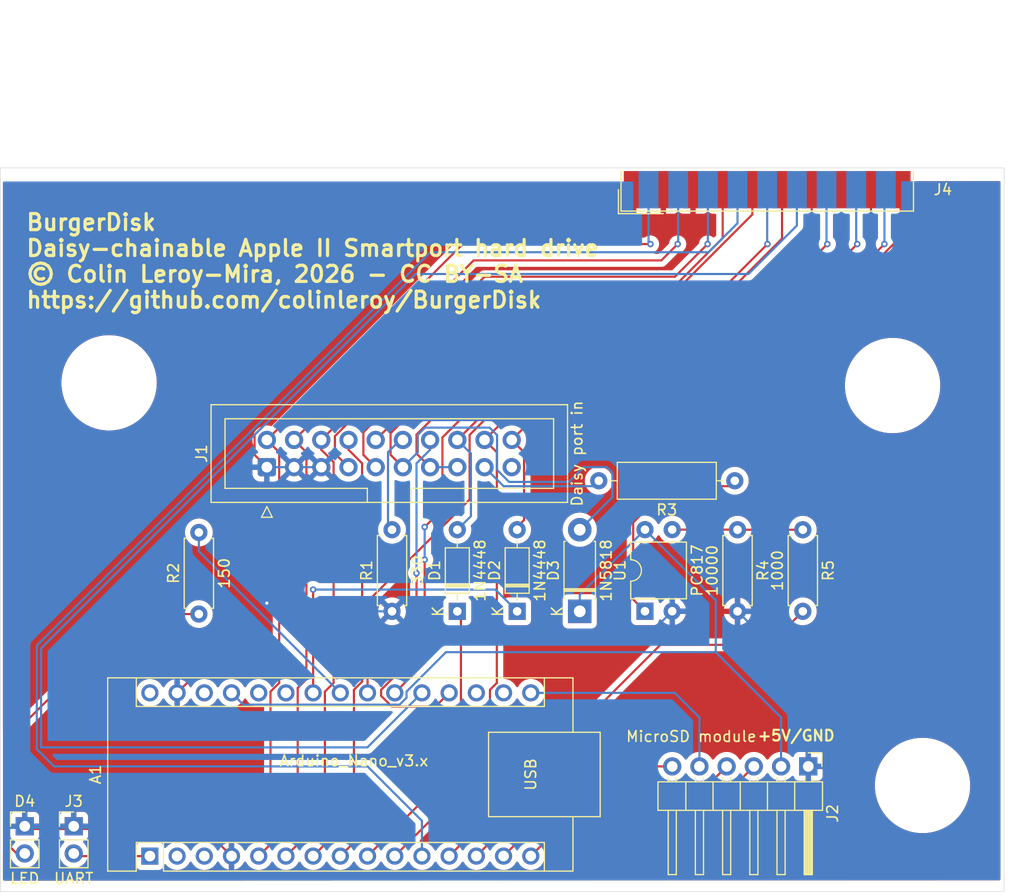
<source format=kicad_pcb>
(kicad_pcb (version 20221018) (generator pcbnew)
  (layers (0 "F.Cu" signal) (31 "B.Cu" signal) (34 "B.Paste" user) (35 "F.Paste" user) (36 "B.SilkS" user "B.Silkscreen") (37 "F.SilkS" user "F.Silkscreen") (38 "B.Mask" user) (39 "F.Mask" user) (44 "Edge.Cuts" user))
  (net 0 "")
  (net 1 "TX")
  (net 2 "GND")
  (net 3 "PH0")
  (net 4 "PH1")
  (net 5 "PH2")
  (net 6 "PH3_in")
  (net 7 "RDDATA_in")
  (net 8 "WRDATA")
  (net 9 "PH3_out")
  (net 10 "DRV2_burgerDisk")
  (net 11 "CS")
  (net 12 "MOSI")
  (net 13 "MISO")
  (net 14 "SCK")
  (net 15 "DRV1_in")
  (net 16 "HDSEL_out")
  (net 17 "DRV1_out")
  (net 18 "DRV2_out")
  (net 19 "WRPROT_in")
  (net 20 "5V_burgerDisk")
  (net 21 "RDDATA_out")
  (net 22 "WRPROT_out")
  (net 23 "5V_apple2")
  (net 24 "EN3.5")
  (net 25 "-12V")
  (net 26 "+12V")
  (net 27 "DRV2_in")
  (net 28 "WREQ")
  (net 38 "Net-(R4-Pad1)")
  (net 39 "Net-(R3-Pad1)")
  (net 40 "HDSEL_in")
  (net 41 "Net-(D4-A)")
  (net 42 "Net-(A1-A4)")
  (footprint "DSUB-19-soldertype:DSUB-19_Female_EdgeMount_Pitch2.77mm" (layer "F.Cu") (at 142.475 45.72 180)
    (fp_text reference "J4" (at -16.393333 0 180) (layer "F.SilkS"))
    (fp_text value "Daisy port out")
    (pad "1" smd rect (at 12.47 0 180) (size 1.846667 3.48) (layers "F.Cu" "F.Paste" "F.Mask") (net 2 "GND"))
    (pad "2" smd rect (at 9.7 0 180) (size 1.846667 3.48) (layers "F.Cu" "F.Paste" "F.Mask") (net 2 "GND"))
    (pad "3" smd rect (at 6.93 0 180) (size 1.846667 3.48) (layers "F.Cu" "F.Paste" "F.Mask") (net 2 "GND"))
    (pad "4" smd rect (at 4.16 0 180) (size 1.846667 3.48) (layers "F.Cu" "F.Paste" "F.Mask") (net 24 "EN3.5"))
    (pad "5" smd rect (at 1.39 0 180) (size 1.846667 3.48) (layers "F.Cu" "F.Paste" "F.Mask") (net 25 "-12V"))
    (pad "6" smd rect (at -1.38 0 180) (size 1.846667 3.48) (layers "F.Cu" "F.Paste" "F.Mask") (net 23 "5V_apple2"))
    (pad "7" smd rect (at -4.15 0 180) (size 1.846667 3.48) (layers "F.Cu" "F.Paste" "F.Mask") (net 26 "+12V"))
    (pad "8" smd rect (at -6.92 0 180) (size 1.846667 3.48) (layers "F.Cu" "F.Paste" "F.Mask") (net 26 "+12V"))
    (pad "9" smd rect (at -9.69 0 180) (size 1.846667 3.48) (layers "F.Cu" "F.Paste" "F.Mask") (net 18 "DRV2_out"))
    (pad "10" smd rect (at -12.46 0 180) (size 1.846667 3.48) (layers "F.Cu" "F.Paste" "F.Mask") (net 22 "WRPROT_out"))
    (pad "11" smd rect (at 11.085 0 180) (size 1.846667 3.48) (layers "B.Cu" "B.Paste" "B.Mask") (net 3 "PH0"))
    (pad "12" smd rect (at 8.315 0 180) (size 1.846667 3.48) (layers "B.Cu" "B.Paste" "B.Mask") (net 4 "PH1"))
    (pad "13" smd rect (at 5.545 0 180) (size 1.846667 3.48) (layers "B.Cu" "B.Paste" "B.Mask") (net 5 "PH2"))
    (pad "14" smd rect (at 2.775 0 180) (size 1.846667 3.48) (layers "B.Cu" "B.Paste" "B.Mask") (net 9 "PH3_out"))
    (pad "15" smd rect (at 0.005 0 180) (size 1.846667 3.48) (layers "B.Cu" "B.Paste" "B.Mask") (net 28 "WREQ"))
    (pad "16" smd rect (at -2.765 0 180) (size 1.846667 3.48) (layers "B.Cu" "B.Paste" "B.Mask") (net 16 "HDSEL_out"))
    (pad "17" smd rect (at -5.535 0 180) (size 1.846667 3.48) (layers "B.Cu" "B.Paste" "B.Mask") (net 17 "DRV1_out"))
    (pad "18" smd rect (at -8.305 0 180) (size 1.846667 3.48) (layers "B.Cu" "B.Paste" "B.Mask") (net 21 "RDDATA_out"))
    (pad "19" smd rect (at -11.075 0 180) (size 1.846667 3.48) (layers "B.Cu" "B.Paste" "B.Mask") (net 8 "WRDATA"))
  )
  (footprint "Diode_THT:D_DO-41_SOD81_P7.62mm_Horizontal" (layer "F.Cu") (at 124.968 85.09 90)
    (fp_text reference "D3" (at 3.81 -2.47 90) (layer "F.SilkS"))
    (fp_text value "1N5818" (at 3.81 2.47 90) (layer "F.SilkS"))
    (fp_text user "K" (at 0 -2.1 90) (layer "F.SilkS"))
    (pad "1" thru_hole rect (at 0 0 90) (size 2.2 2.2) (drill 1.1) (layers "*.Cu" "*.Mask") (net 20 "5V_burgerDisk"))
    (pad "2" thru_hole oval (at 7.62 0 90) (size 2.2 2.2) (drill 1.1) (layers "*.Cu" "*.Mask") (net 23 "5V_apple2"))
  )
  (footprint "Package_DIP:DIP-4_W7.62mm" (layer "F.Cu") (at 131.059 85.08 90)
    (fp_text reference "U1" (at 3.81 -2.33 90) (layer "F.SilkS"))
    (fp_text value "PC817" (at 3.81 4.87 90) (layer "F.SilkS"))
    (pad "1" thru_hole rect (at 0 0 90) (size 1.6 1.6) (drill 0.8) (layers "*.Cu" "*.Mask") (net 39 "Net-(R3-Pad1)"))
    (pad "2" thru_hole oval (at 0 2.54 90) (size 1.6 1.6) (drill 0.8) (layers "*.Cu" "*.Mask") (net 2 "GND"))
    (pad "3" thru_hole oval (at 7.62 2.54 90) (size 1.6 1.6) (drill 0.8) (layers "*.Cu" "*.Mask") (net 38 "Net-(R4-Pad1)"))
    (pad "4" thru_hole oval (at 7.62 0 90) (size 1.6 1.6) (drill 0.8) (layers "*.Cu" "*.Mask") (net 20 "5V_burgerDisk"))
  )
  (footprint "Resistor_THT:R_Axial_DIN0207_L6.3mm_D2.5mm_P7.62mm_Horizontal" (layer "F.Cu") (at 107.442 85.09 90)
    (fp_text reference "R1" (at 3.81 -2.37 90) (layer "F.SilkS"))
    (fp_text value "330" (at 3.81 2.37 90) (layer "F.SilkS"))
    (pad "1" thru_hole circle (at 0 0 90) (size 1.6 1.6) (drill 0.8) (layers "*.Cu" "*.Mask") (net 2 "GND"))
    (pad "2" thru_hole oval (at 7.62 0 90) (size 1.6 1.6) (drill 0.8) (layers "*.Cu" "*.Mask") (net 40 "HDSEL_in"))
  )
  (footprint "Connector_PinHeader_2.54mm:PinHeader_1x02_P2.54mm_Vertical" (layer "F.Cu") (at 73.152 105.156)
    (fp_text reference "D4" (at 0 -2.33) (layer "F.SilkS"))
    (fp_text value "LED" (at 0 4.87) (layer "F.SilkS"))
    (pad "1" thru_hole rect (at 0 0) (size 1.7 1.7) (drill 1) (layers "*.Cu" "*.Mask") (net 2 "GND"))
    (pad "2" thru_hole oval (at 0 2.54) (size 1.7 1.7) (drill 1) (layers "*.Cu" "*.Mask") (net 41 "Net-(D4-A)"))
  )
  (footprint "MountingHole:MountingHole_8.4mm_M8" (layer "F.Cu") (at 154.178 64.008)
    (fp_text reference "REF**")
    (fp_text value "MountingHole_8.4mm_M8")
    (pad "" np_thru_hole circle (at 0 0) (size 8.4 8.4) (drill 8.4) (layers "*.Cu" "*.Mask"))
  )
  (footprint "Connector_PinHeader_2.54mm:PinHeader_1x02_P2.54mm_Vertical" (layer "F.Cu") (at 77.724 105.156)
    (fp_text reference "J3" (at 0 -2.33) (layer "F.SilkS"))
    (fp_text value "UART" (at 0 4.87) (layer "F.SilkS"))
    (pad "1" thru_hole rect (at 0 0) (size 1.7 1.7) (drill 1) (layers "*.Cu" "*.Mask") (net 2 "GND"))
    (pad "2" thru_hole oval (at 0 2.54) (size 1.7 1.7) (drill 1) (layers "*.Cu" "*.Mask") (net 1 "TX"))
  )
  (footprint "MountingHole:MountingHole_8.4mm_M8" (layer "F.Cu") (at 156.972 101.346)
    (fp_text reference "REF**")
    (fp_text value "MountingHole_8.4mm_M8")
    (pad "" np_thru_hole circle (at 0 0) (size 8.4 8.4) (drill 8.4) (layers "*.Cu" "*.Mask"))
  )
  (footprint "MountingHole:MountingHole_8.4mm_M8" (layer "F.Cu") (at 81.026 63.754)
    (fp_text reference "REF**")
    (fp_text value "MountingHole_8.4mm_M8")
    (pad "" np_thru_hole circle (at 0 0) (size 8.4 8.4) (drill 8.4) (layers "*.Cu" "*.Mask"))
  )
  (footprint "Resistor_THT:R_Axial_DIN0309_L9.0mm_D3.2mm_P12.70mm_Horizontal" (layer "F.Cu") (at 139.446 72.898 180)
    (fp_text reference "R3" (at 6.35 -2.72) (layer "F.SilkS"))
    (fp_text value "470")
    (pad "1" thru_hole circle (at 0 0 180) (size 1.6 1.6) (drill 0.8) (layers "*.Cu" "*.Mask") (net 39 "Net-(R3-Pad1)"))
    (pad "2" thru_hole oval (at 12.7 0 180) (size 1.6 1.6) (drill 0.8) (layers "*.Cu" "*.Mask") (net 27 "DRV2_in"))
  )
  (footprint "Resistor_THT:R_Axial_DIN0207_L6.3mm_D2.5mm_P7.62mm_Horizontal" (layer "F.Cu") (at 139.7 77.47 -90)
    (fp_text reference "R4" (at 3.81 -2.37 90) (layer "F.SilkS"))
    (fp_text value "10000" (at 3.81 2.37 90) (layer "F.SilkS"))
    (pad "1" thru_hole circle (at 0 0 270) (size 1.6 1.6) (drill 0.8) (layers "*.Cu" "*.Mask") (net 38 "Net-(R4-Pad1)"))
    (pad "2" thru_hole oval (at 7.62 0 270) (size 1.6 1.6) (drill 0.8) (layers "*.Cu" "*.Mask") (net 2 "GND"))
  )
  (footprint "Module:Arduino_Nano" (layer "F.Cu") (at 84.836 107.94 90)
    (fp_text reference "A1" (at 7.62 -5.08 90) (layer "F.SilkS"))
    (fp_text value "Arduino_Nano_v3.x" (at 8.89 19.05) (layer "F.SilkS"))
    (fp_text user "USB" (at 7.62 35.56 90 unlocked) (layer "F.SilkS"))
    (pad "1" thru_hole rect (at 0 0 90) (size 1.6 1.6) (drill 1) (layers "*.Cu" "*.Mask") (net 1 "TX"))
    (pad "2" thru_hole oval (at 0 2.54 90) (size 1.6 1.6) (drill 1) (layers "*.Cu" "*.Mask"))
    (pad "3" thru_hole oval (at 0 5.08 90) (size 1.6 1.6) (drill 1) (layers "*.Cu" "*.Mask"))
    (pad "4" thru_hole oval (at 0 7.62 90) (size 1.6 1.6) (drill 1) (layers "*.Cu" "*.Mask") (net 2 "GND"))
    (pad "5" thru_hole oval (at 0 10.16 90) (size 1.6 1.6) (drill 1) (layers "*.Cu" "*.Mask") (net 3 "PH0"))
    (pad "6" thru_hole oval (at 0 12.7 90) (size 1.6 1.6) (drill 1) (layers "*.Cu" "*.Mask") (net 4 "PH1"))
    (pad "7" thru_hole oval (at 0 15.24 90) (size 1.6 1.6) (drill 1) (layers "*.Cu" "*.Mask") (net 5 "PH2"))
    (pad "8" thru_hole oval (at 0 17.78 90) (size 1.6 1.6) (drill 1) (layers "*.Cu" "*.Mask") (net 6 "PH3_in"))
    (pad "9" thru_hole oval (at 0 20.32 90) (size 1.6 1.6) (drill 1) (layers "*.Cu" "*.Mask") (net 7 "RDDATA_in"))
    (pad "10" thru_hole oval (at 0 22.86 90) (size 1.6 1.6) (drill 1) (layers "*.Cu" "*.Mask") (net 8 "WRDATA"))
    (pad "11" thru_hole oval (at 0 25.4 90) (size 1.6 1.6) (drill 1) (layers "*.Cu" "*.Mask") (net 9 "PH3_out"))
    (pad "12" thru_hole oval (at 0 27.94 90) (size 1.6 1.6) (drill 1) (layers "*.Cu" "*.Mask") (net 10 "DRV2_burgerDisk"))
    (pad "13" thru_hole oval (at 0 30.48 90) (size 1.6 1.6) (drill 1) (layers "*.Cu" "*.Mask") (net 11 "CS"))
    (pad "14" thru_hole oval (at 0 33.02 90) (size 1.6 1.6) (drill 1) (layers "*.Cu" "*.Mask") (net 12 "MOSI"))
    (pad "15" thru_hole oval (at 0 35.56 90) (size 1.6 1.6) (drill 1) (layers "*.Cu" "*.Mask") (net 13 "MISO"))
    (pad "16" thru_hole oval (at 15.24 35.56 90) (size 1.6 1.6) (drill 1) (layers "*.Cu" "*.Mask") (net 14 "SCK"))
    (pad "17" thru_hole oval (at 15.24 33.02 90) (size 1.6 1.6) (drill 1) (layers "*.Cu" "*.Mask"))
    (pad "18" thru_hole oval (at 15.24 30.48 90) (size 1.6 1.6) (drill 1) (layers "*.Cu" "*.Mask"))
    (pad "19" thru_hole oval (at 15.24 27.94 90) (size 1.6 1.6) (drill 1) (layers "*.Cu" "*.Mask") (net 15 "DRV1_in"))
    (pad "20" thru_hole oval (at 15.24 25.4 90) (size 1.6 1.6) (drill 1) (layers "*.Cu" "*.Mask") (net 16 "HDSEL_out"))
    (pad "21" thru_hole oval (at 15.24 22.86 90) (size 1.6 1.6) (drill 1) (layers "*.Cu" "*.Mask") (net 17 "DRV1_out"))
    (pad "22" thru_hole oval (at 15.24 20.32 90) (size 1.6 1.6) (drill 1) (layers "*.Cu" "*.Mask") (net 18 "DRV2_out"))
    (pad "23" thru_hole oval (at 15.24 17.78 90) (size 1.6 1.6) (drill 1) (layers "*.Cu" "*.Mask") (net 42 "Net-(A1-A4)"))
    (pad "24" thru_hole oval (at 15.24 15.24 90) (size 1.6 1.6) (drill 1) (layers "*.Cu" "*.Mask") (net 19 "WRPROT_in"))
    (pad "25" thru_hole oval (at 15.24 12.7 90) (size 1.6 1.6) (drill 1) (layers "*.Cu" "*.Mask"))
    (pad "26" thru_hole oval (at 15.24 10.16 90) (size 1.6 1.6) (drill 1) (layers "*.Cu" "*.Mask"))
    (pad "27" thru_hole oval (at 15.24 7.62 90) (size 1.6 1.6) (drill 1) (layers "*.Cu" "*.Mask") (net 20 "5V_burgerDisk"))
    (pad "28" thru_hole oval (at 15.24 5.08 90) (size 1.6 1.6) (drill 1) (layers "*.Cu" "*.Mask"))
    (pad "29" thru_hole oval (at 15.24 2.54 90) (size 1.6 1.6) (drill 1) (layers "*.Cu" "*.Mask") (net 2 "GND"))
    (pad "30" thru_hole oval (at 15.24 0 90) (size 1.6 1.6) (drill 1) (layers "*.Cu" "*.Mask"))
  )
  (footprint "Connector_IDC:IDC-Header_2x10_P2.54mm_Vertical" (layer "F.Cu") (at 95.758 71.628 90)
    (fp_text reference "J1" (at 1.27 -6.1 90) (layer "F.SilkS"))
    (fp_text value "Daisy port in" (at 1.27 28.96 90) (layer "F.SilkS"))
    (pad "1" thru_hole roundrect (at 0 0 90) (size 1.7 1.7) (drill 1) (layers "*.Cu" "*.Mask") (roundrect_rratio 0.1470588235) (net 2 "GND"))
    (pad "2" thru_hole circle (at 2.54 0 90) (size 1.7 1.7) (drill 1) (layers "*.Cu" "*.Mask") (net 3 "PH0"))
    (pad "3" thru_hole circle (at 0 2.54 90) (size 1.7 1.7) (drill 1) (layers "*.Cu" "*.Mask") (net 2 "GND"))
    (pad "4" thru_hole circle (at 2.54 2.54 90) (size 1.7 1.7) (drill 1) (layers "*.Cu" "*.Mask") (net 4 "PH1"))
    (pad "5" thru_hole circle (at 0 5.08 90) (size 1.7 1.7) (drill 1) (layers "*.Cu" "*.Mask") (net 2 "GND"))
    (pad "6" thru_hole circle (at 2.54 5.08 90) (size 1.7 1.7) (drill 1) (layers "*.Cu" "*.Mask") (net 5 "PH2"))
    (pad "7" thru_hole circle (at 0 7.62 90) (size 1.7 1.7) (drill 1) (layers "*.Cu" "*.Mask") (net 24 "EN3.5"))
    (pad "8" thru_hole circle (at 2.54 7.62 90) (size 1.7 1.7) (drill 1) (layers "*.Cu" "*.Mask") (net 6 "PH3_in"))
    (pad "9" thru_hole circle (at 0 10.16 90) (size 1.7 1.7) (drill 1) (layers "*.Cu" "*.Mask") (net 25 "-12V"))
    (pad "10" thru_hole circle (at 2.54 10.16 90) (size 1.7 1.7) (drill 1) (layers "*.Cu" "*.Mask") (net 28 "WREQ"))
    (pad "11" thru_hole circle (at 0 12.7 90) (size 1.7 1.7) (drill 1) (layers "*.Cu" "*.Mask") (net 23 "5V_apple2"))
    (pad "12" thru_hole circle (at 2.54 12.7 90) (size 1.7 1.7) (drill 1) (layers "*.Cu" "*.Mask") (net 40 "HDSEL_in"))
    (pad "13" thru_hole circle (at 0 15.24 90) (size 1.7 1.7) (drill 1) (layers "*.Cu" "*.Mask") (net 26 "+12V"))
    (pad "14" thru_hole circle (at 2.54 15.24 90) (size 1.7 1.7) (drill 1) (layers "*.Cu" "*.Mask") (net 15 "DRV1_in"))
    (pad "15" thru_hole circle (at 0 17.78 90) (size 1.7 1.7) (drill 1) (layers "*.Cu" "*.Mask") (net 26 "+12V"))
    (pad "16" thru_hole circle (at 2.54 17.78 90) (size 1.7 1.7) (drill 1) (layers "*.Cu" "*.Mask") (net 21 "RDDATA_out"))
    (pad "17" thru_hole circle (at 0 20.32 90) (size 1.7 1.7) (drill 1) (layers "*.Cu" "*.Mask") (net 27 "DRV2_in"))
    (pad "18" thru_hole circle (at 2.54 20.32 90) (size 1.7 1.7) (drill 1) (layers "*.Cu" "*.Mask") (net 8 "WRDATA"))
    (pad "19" thru_hole circle (at 0 22.86 90) (size 1.7 1.7) (drill 1) (layers "*.Cu" "*.Mask"))
    (pad "20" thru_hole circle (at 2.54 22.86 90) (size 1.7 1.7) (drill 1) (layers "*.Cu" "*.Mask") (net 22 "WRPROT_out"))
  )
  (footprint "Connector_PinHeader_2.54mm:PinHeader_1x06_P2.54mm_Horizontal" (layer "F.Cu") (at 146.304 99.568 -90)
    (fp_text reference "J2" (at 4.385 -2.27 -90) (layer "F.SilkS"))
    (fp_text value "MicroSD module" (at -2.794 10.922) (layer "F.SilkS"))
    (pad "1" thru_hole rect (at 0 0 270) (size 1.7 1.7) (drill 1) (layers "*.Cu" "*.Mask") (net 2 "GND"))
    (pad "2" thru_hole oval (at 0 2.54 270) (size 1.7 1.7) (drill 1) (layers "*.Cu" "*.Mask") (net 20 "5V_burgerDisk"))
    (pad "3" thru_hole oval (at 0 5.08 270) (size 1.7 1.7) (drill 1) (layers "*.Cu" "*.Mask") (net 13 "MISO"))
    (pad "4" thru_hole oval (at 0 7.62 270) (size 1.7 1.7) (drill 1) (layers "*.Cu" "*.Mask") (net 12 "MOSI"))
    (pad "5" thru_hole oval (at 0 10.16 270) (size 1.7 1.7) (drill 1) (layers "*.Cu" "*.Mask") (net 14 "SCK"))
    (pad "6" thru_hole oval (at 0 12.7 270) (size 1.7 1.7) (drill 1) (layers "*.Cu" "*.Mask") (net 11 "CS"))
  )
  (footprint "Diode_THT:D_DO-35_SOD27_P7.62mm_Horizontal" (layer "F.Cu") (at 119.126 85.09 90)
    (fp_text reference "D2" (at 3.81 -2.12 90) (layer "F.SilkS"))
    (fp_text value "1N4448" (at 3.81 2.12 90) (layer "F.SilkS"))
    (fp_text user "K" (at 0 -1.8 90) (layer "F.SilkS"))
    (pad "1" thru_hole rect (at 0 0 90) (size 1.6 1.6) (drill 0.8) (layers "*.Cu" "*.Mask") (net 19 "WRPROT_in"))
    (pad "2" thru_hole oval (at 7.62 0 90) (size 1.6 1.6) (drill 0.8) (layers "*.Cu" "*.Mask") (net 22 "WRPROT_out"))
  )
  (footprint "Resistor_THT:R_Axial_DIN0207_L6.3mm_D2.5mm_P7.62mm_Horizontal" (layer "F.Cu") (at 89.408 85.344 90)
    (fp_text reference "R2" (at 3.81 -2.37 90) (layer "F.SilkS"))
    (fp_text value "150" (at 3.81 2.37 90) (layer "F.SilkS"))
    (pad "1" thru_hole circle (at 0 0 90) (size 1.6 1.6) (drill 0.8) (layers "*.Cu" "*.Mask") (net 41 "Net-(D4-A)"))
    (pad "2" thru_hole oval (at 7.62 0 90) (size 1.6 1.6) (drill 0.8) (layers "*.Cu" "*.Mask") (net 42 "Net-(A1-A4)"))
  )
  (footprint "Resistor_THT:R_Axial_DIN0207_L6.3mm_D2.5mm_P7.62mm_Horizontal" (layer "F.Cu") (at 145.796 77.47 -90)
    (fp_text reference "R5" (at 3.81 -2.37 90) (layer "F.SilkS"))
    (fp_text value "1000" (at 3.81 2.37 90) (layer "F.SilkS"))
    (pad "1" thru_hole circle (at 0 0 270) (size 1.6 1.6) (drill 0.8) (layers "*.Cu" "*.Mask") (net 38 "Net-(R4-Pad1)"))
    (pad "2" thru_hole oval (at 7.62 0 270) (size 1.6 1.6) (drill 0.8) (layers "*.Cu" "*.Mask") (net 10 "DRV2_burgerDisk"))
  )
  (footprint "Diode_THT:D_DO-35_SOD27_P7.62mm_Horizontal" (layer "F.Cu") (at 113.538 85.09 90)
    (fp_text reference "D1" (at 3.81 -2.12 90) (layer "F.SilkS"))
    (fp_text value "1N4448" (at 3.81 2.12 90) (layer "F.SilkS"))
    (fp_text user "K" (at 0 -1.8 90) (layer "F.SilkS"))
    (pad "1" thru_hole rect (at 0 0 90) (size 1.6 1.6) (drill 0.8) (layers "*.Cu" "*.Mask") (net 7 "RDDATA_in"))
    (pad "2" thru_hole oval (at 7.62 0 90) (size 1.6 1.6) (drill 0.8) (layers "*.Cu" "*.Mask") (net 21 "RDDATA_out"))
  )
  (gr_rect (start 70.866 43.688) (end 164.592 111.252) (stroke (width 0.05)) (fill none) (layer "Edge.Cuts"))
  (gr_text "+5V/GND" (at 141.478 97.282) (layer "F.SilkS") (effects (font (size 1 1) (thickness 0.2) bold) (justify left bottom)))
  (gr_text "BurgerDisk\nDaisy-chainable Apple II Smartport hard drive\n© Colin Leroy-Mira, 2026 - CC BY-SA\nhttps://github.com/colinleroy/BurgerDisk" (at 73.152 56.896) (layer "F.SilkS") (effects (font (size 1.5 1.5) (thickness 0.3) bold) (justify left bottom)))
  (segment (start 77.724 107.696) (end 77.973 107.945) (width 0.2) (layer "F.Cu") (net 1))
  (segment (start 77.973 107.945) (end 84.831 107.945) (width 0.2) (layer "F.Cu") (net 1))
  (segment (start 84.831 107.945) (end 84.836 107.94) (width 0.2) (layer "F.Cu") (net 1))
  (segment (start 139.69 85.08) (end 139.7 85.09) (width 0.2) (layer "F.Cu") (net 2))
  (segment (start 130.005 45.72) (end 117.499654 45.72) (width 0.2) (layer "F.Cu") (net 2))
  (segment (start 94.608 70.478) (end 95.758 71.628) (width 0.2) (layer "F.Cu") (net 2))
  (segment (start 73.152 105.156) (end 73.406 105.41) (width 0.2) (layer "F.Cu") (net 2))
  (segment (start 95.758 84.318) (end 95.753 84.323) (width 0.2) (layer "F.Cu") (net 2))
  (segment (start 87.376 92.7) (end 87.376 102.616) (width 0.2) (layer "F.Cu") (net 2))
  (segment (start 73.406 105.41) (end 77.47 105.41) (width 0.2) (layer "F.Cu") (net 2))
  (segment (start 132.775 45.72) (end 135.545 45.72) (width 0.2) (layer "F.Cu") (net 2))
  (segment (start 95.758 71.628) (end 95.758 84.318) (width 0.2) (layer "F.Cu") (net 2))
  (segment (start 77.724 105.156) (end 77.973 105.405) (width 0.2) (layer "F.Cu") (net 2))
  (segment (start 77.973 105.405) (end 84.587 105.405) (width 0.2) (layer "F.Cu") (net 2))
  (segment (start 87.376 102.86) (end 92.456 107.94) (width 0.2) (layer "F.Cu") (net 2))
  (segment (start 94.608 68.611654) (end 94.608 70.478) (width 0.2) (layer "F.Cu") (net 2))
  (segment (start 95.753 84.323) (end 87.376 92.7) (width 0.2) (layer "F.Cu") (net 2))
  (segment (start 130.005 45.72) (end 132.775 45.72) (width 0.2) (layer "F.Cu") (net 2))
  (segment (start 84.587 105.405) (end 87.376 102.616) (width 0.2) (layer "F.Cu") (net 2))
  (segment (start 133.599 85.08) (end 139.69 85.08) (width 0.2) (layer "F.Cu") (net 2))
  (segment (start 87.376 102.616) (end 87.376 102.86) (width 0.2) (layer "F.Cu") (net 2))
  (segment (start 117.499654 45.72) (end 94.608 68.611654) (width 0.2) (layer "F.Cu") (net 2))
  (segment (start 77.47 105.41) (end 77.724 105.156) (width 0.2) (layer "F.Cu") (net 2))
  (via (at 95.753 84.323) (size 0.6) (drill 0.3) (layers "F.Cu" "B.Cu") (net 2))
  (segment (start 107.442 85.09) (end 109.474 87.122) (width 0.2) (layer "B.Cu") (net 2))
  (segment (start 98.298 71.628) (end 95.758 71.628) (width 0.2) (layer "B.Cu") (net 2))
  (segment (start 146.304 91.694) (end 139.7 85.09) (width 0.2) (layer "B.Cu") (net 2))
  (segment (start 107.442 85.09) (end 96.52 85.09) (width 0.2) (layer "B.Cu") (net 2))
  (segment (start 96.52 85.09) (end 95.753 84.323) (width 0.2) (layer "B.Cu") (net 2))
  (segment (start 146.304 99.568) (end 146.304 91.694) (width 0.2) (layer "B.Cu") (net 2))
  (segment (start 98.298 71.628) (end 100.838 71.628) (width 0.2) (layer "B.Cu") (net 2))
  (segment (start 131.557 87.122) (end 133.599 85.08) (width 0.2) (layer "B.Cu") (net 2))
  (segment (start 109.474 87.122) (end 131.557 87.122) (width 0.2) (layer "B.Cu") (net 2))
  (segment (start 96.908 91.772365) (end 96.096 92.584365) (width 0.2) (layer "F.Cu") (net 3))
  (segment (start 96.096 92.584365) (end 96.096 106.84) (width 0.2) (layer "F.Cu") (net 3))
  (segment (start 131.572 50.8) (end 114.046 50.8) (width 0.2) (layer "F.Cu") (net 3))
  (segment (start 95.758 69.088) (end 96.908 70.238) (width 0.2) (layer "F.Cu") (net 3))
  (segment (start 96.096 106.84) (end 94.996 107.94) (width 0.2) (layer "F.Cu") (net 3))
  (segment (start 114.046 50.8) (end 95.758 69.088) (width 0.2) (layer "F.Cu") (net 3))
  (segment (start 96.908 70.238) (end 96.908 91.772365) (width 0.2) (layer "F.Cu") (net 3))
  (via (at 131.572 50.8) (size 0.6) (drill 0.3) (layers "F.Cu" "B.Cu") (net 3))
  (segment (start 131.39 50.618) (end 131.572 50.8) (width 0.2) (layer "B.Cu") (net 3))
  (segment (start 131.39 45.72) (end 131.39 50.618) (width 0.2) (layer "B.Cu") (net 3))
  (segment (start 115.062 52.324) (end 98.298 69.088) (width 0.2) (layer "F.Cu") (net 4))
  (segment (start 132.588 52.324) (end 115.062 52.324) (width 0.2) (layer "F.Cu") (net 4))
  (segment (start 98.298 69.088) (end 99.448 70.238) (width 0.2) (layer "F.Cu") (net 4))
  (segment (start 99.448 70.238) (end 99.448 91.432365) (width 0.2) (layer "F.Cu") (net 4))
  (segment (start 98.636 92.244365) (end 98.636 106.84) (width 0.2) (layer "F.Cu") (net 4))
  (segment (start 99.448 91.432365) (end 98.636 92.244365) (width 0.2) (layer "F.Cu") (net 4))
  (segment (start 98.636 106.84) (end 97.536 107.94) (width 0.2) (layer "F.Cu") (net 4))
  (segment (start 134.112 50.8) (end 132.588 52.324) (width 0.2) (layer "F.Cu") (net 4))
  (via (at 134.112 50.8) (size 0.6) (drill 0.3) (layers "F.Cu" "B.Cu") (net 4))
  (segment (start 134.16 45.72) (end 134.16 50.752) (width 0.2) (layer "B.Cu") (net 4))
  (segment (start 134.16 50.752) (end 134.112 50.8) (width 0.2) (layer "B.Cu") (net 4))
  (segment (start 101.988 71.151654) (end 101.988 91.772365) (width 0.2) (layer "F.Cu") (net 5))
  (segment (start 133.858 53.848) (end 116.078 53.848) (width 0.2) (layer "F.Cu") (net 5))
  (segment (start 116.078 53.848) (end 100.838 69.088) (width 0.2) (layer "F.Cu") (net 5))
  (segment (start 101.176 106.84) (end 100.076 107.94) (width 0.2) (layer "F.Cu") (net 5))
  (segment (start 136.906 50.8) (end 133.858 53.848) (width 0.2) (layer "F.Cu") (net 5))
  (segment (start 101.988 91.772365) (end 101.176 92.584365) (width 0.2) (layer "F.Cu") (net 5))
  (segment (start 101.176 92.584365) (end 101.176 106.84) (width 0.2) (layer "F.Cu") (net 5))
  (segment (start 100.838 70.001654) (end 101.988 71.151654) (width 0.2) (layer "F.Cu") (net 5))
  (segment (start 100.838 69.088) (end 100.838 70.001654) (width 0.2) (layer "F.Cu") (net 5))
  (via (at 136.906 50.8) (size 0.6) (drill 0.3) (layers "F.Cu" "B.Cu") (net 5))
  (segment (start 136.93 50.776) (end 136.906 50.8) (width 0.2) (layer "B.Cu") (net 5))
  (segment (start 136.93 45.72) (end 136.93 50.776) (width 0.2) (layer "B.Cu") (net 5))
  (segment (start 103.378 70.001654) (end 104.648 71.271654) (width 0.2) (layer "F.Cu") (net 6))
  (segment (start 104.648 71.271654) (end 104.648 91.652365) (width 0.2) (layer "F.Cu") (net 6))
  (segment (start 104.648 91.652365) (end 103.886 92.414365) (width 0.2) (layer "F.Cu") (net 6))
  (segment (start 103.886 92.414365) (end 103.886 106.67) (width 0.2) (layer "F.Cu") (net 6))
  (segment (start 103.886 106.67) (end 102.616 107.94) (width 0.2) (layer "F.Cu") (net 6))
  (segment (start 103.378 69.088) (end 103.378 70.001654) (width 0.2) (layer "F.Cu") (net 6))
  (segment (start 113.538 85.09) (end 113.876 85.428) (width 0.2) (layer "F.Cu") (net 7))
  (segment (start 113.876 85.428) (end 113.876 99.22) (width 0.2) (layer "F.Cu") (net 7))
  (segment (start 113.876 99.22) (end 105.156 107.94) (width 0.2) (layer "F.Cu") (net 7))
  (segment (start 117.228 91.772365) (end 116.586 92.414365) (width 0.2) (layer "F.Cu") (net 8))
  (segment (start 124.206 60.96) (end 116.078 69.088) (width 0.2) (layer "F.Cu") (net 8))
  (segment (start 153.416 50.8) (end 143.256 60.96) (width 0.2) (layer "F.Cu") (net 8))
  (segment (start 143.256 60.96) (end 124.206 60.96) (width 0.2) (layer "F.Cu") (net 8))
  (segment (start 117.228 70.238) (end 117.228 91.772365) (width 0.2) (layer "F.Cu") (net 8))
  (segment (start 116.586 99.05) (end 107.696 107.94) (width 0.2) (layer "F.Cu") (net 8))
  (segment (start 116.078 69.088) (end 117.228 70.238) (width 0.2) (layer "F.Cu") (net 8))
  (segment (start 116.586 92.414365) (end 116.586 99.05) (width 0.2) (layer "F.Cu") (net 8))
  (via (at 153.416 50.8) (size 0.6) (drill 0.3) (layers "F.Cu" "B.Cu") (net 8))
  (segment (start 153.416 45.974) (end 153.416 50.8) (width 0.2) (layer "B.Cu") (net 8))
  (segment (start 153.55 45.72) (end 153.55 45.84) (width 0.2) (layer "B.Cu") (net 8))
  (segment (start 153.55 45.84) (end 153.416 45.974) (width 0.2) (layer "B.Cu") (net 8))
  (segment (start 110.998 51.562) (end 136.992529 51.562) (width 0.2) (layer "B.Cu") (net 9))
  (segment (start 75.888315 99.568) (end 74.276 97.955685) (width 0.2) (layer "B.Cu") (net 9))
  (segment (start 105.156 99.568) (end 75.888315 99.568) (width 0.2) (layer "B.Cu") (net 9))
  (segment (start 136.992529 51.562) (end 139.7 48.854529) (width 0.2) (layer "B.Cu") (net 9))
  (segment (start 74.276 88.284) (end 110.998 51.562) (width 0.2) (layer "B.Cu") (net 9))
  (segment (start 110.236 104.648) (end 105.156 99.568) (width 0.2) (layer "B.Cu") (net 9))
  (segment (start 110.236 107.94) (end 110.236 104.648) (width 0.2) (layer "B.Cu") (net 9))
  (segment (start 139.7 48.854529) (end 139.7 45.72) (width 0.2) (layer "B.Cu") (net 9))
  (segment (start 74.276 97.955685) (end 74.276 88.284) (width 0.2) (layer "B.Cu") (net 9))
  (segment (start 112.776 107.94) (end 132.499 88.217) (width 0.2) (layer "F.Cu") (net 10))
  (segment (start 132.499 88.217) (end 142.669 88.217) (width 0.2) (layer "F.Cu") (net 10))
  (segment (start 142.669 88.217) (end 145.796 85.09) (width 0.2) (layer "F.Cu") (net 10))
  (segment (start 123.688 99.568) (end 133.604 99.568) (width 0.2) (layer "F.Cu") (net 11))
  (segment (start 115.316 107.94) (end 123.688 99.568) (width 0.2) (layer "F.Cu") (net 11))
  (segment (start 118.966 106.84) (end 122.428 103.378) (width 0.2) (layer "F.Cu") (net 12))
  (segment (start 134.874 103.378) (end 138.684 99.568) (width 0.2) (layer "F.Cu") (net 12))
  (segment (start 117.856 107.94) (end 118.956 106.84) (width 0.2) (layer "F.Cu") (net 12))
  (segment (start 122.428 103.378) (end 134.874 103.378) (width 0.2) (layer "F.Cu") (net 12))
  (segment (start 118.956 106.84) (end 118.966 106.84) (width 0.2) (layer "F.Cu") (net 12))
  (segment (start 136.144 104.648) (end 141.224 99.568) (width 0.2) (layer "F.Cu") (net 13))
  (segment (start 123.688 104.648) (end 136.144 104.648) (width 0.2) (layer "F.Cu") (net 13))
  (segment (start 120.396 107.94) (end 123.688 104.648) (width 0.2) (layer "F.Cu") (net 13))
  (segment (start 133.848 92.7) (end 136.144 94.996) (width 0.2) (layer "B.Cu") (net 14))
  (segment (start 120.396 92.7) (end 133.848 92.7) (width 0.2) (layer "B.Cu") (net 14))
  (segment (start 136.144 94.996) (end 136.144 99.568) (width 0.2) (layer "B.Cu") (net 14))
  (segment (start 106.426 92.985635) (end 107.420365 93.98) (width 0.2) (layer "F.Cu") (net 15))
  (segment (start 111.496 93.98) (end 112.776 92.7) (width 0.2) (layer "F.Cu") (net 15))
  (segment (start 106.426 92.414365) (end 106.426 92.985635) (width 0.2) (layer "F.Cu") (net 15))
  (segment (start 109.728 89.112365) (end 106.426 92.414365) (width 0.2) (layer "F.Cu") (net 15))
  (segment (start 109.728 81.534) (end 109.728 89.112365) (width 0.2) (layer "F.Cu") (net 15))
  (segment (start 107.420365 93.98) (end 111.496 93.98) (width 0.2) (layer "F.Cu") (net 15))
  (via (at 109.728 81.534) (size 0.6) (drill 0.3) (layers "F.Cu" "B.Cu") (net 15))
  (segment (start 110.998 69.088) (end 110.998 70.001654) (width 0.2) (layer "B.Cu") (net 15))
  (segment (start 110.998 70.001654) (end 109.728 71.271654) (width 0.2) (layer "B.Cu") (net 15))
  (segment (start 109.728 71.271654) (end 109.728 81.534) (width 0.2) (layer "B.Cu") (net 15))
  (segment (start 109.625654 53.594) (end 140.716 53.594) (width 0.2) (layer "B.Cu") (net 16))
  (segment (start 105.146 97.79) (end 74.676 97.79) (width 0.2) (layer "B.Cu") (net 16))
  (segment (start 145.24 49.07) (end 145.24 45.72) (width 0.2) (layer "B.Cu") (net 16))
  (segment (start 74.676 88.543654) (end 109.625654 53.594) (width 0.2) (layer "B.Cu") (net 16))
  (segment (start 140.716 53.594) (end 145.24 49.07) (width 0.2) (layer "B.Cu") (net 16))
  (segment (start 110.236 92.7) (end 105.146 97.79) (width 0.2) (layer "B.Cu") (net 16))
  (segment (start 74.676 97.79) (end 74.676 88.543654) (width 0.2) (layer "B.Cu") (net 16))
  (segment (start 110.49 80.264) (end 110.49 89.906) (width 0.2) (layer "F.Cu") (net 17))
  (segment (start 140.208 58.674) (end 122.325654 58.674) (width 0.2) (layer "F.Cu") (net 17))
  (segment (start 112.148 68.851654) (end 112.148 75.558) (width 0.2) (layer "F.Cu") (net 17))
  (segment (start 112.148 75.558) (end 110.49 77.216) (width 0.2) (layer "F.Cu") (net 17))
  (segment (start 122.325654 58.674) (end 112.148 68.851654) (width 0.2) (layer "F.Cu") (net 17))
  (segment (start 148.082 50.8) (end 140.208 58.674) (width 0.2) (layer "F.Cu") (net 17))
  (segment (start 110.49 89.906) (end 107.696 92.7) (width 0.2) (layer "F.Cu") (net 17))
  (via (at 110.49 80.264) (size 0.6) (drill 0.3) (layers "F.Cu" "B.Cu") (net 17))
  (via (at 110.49 77.216) (size 0.6) (drill 0.3) (layers "F.Cu" "B.Cu") (net 17))
  (via (at 148.082 50.8) (size 0.6) (drill 0.3) (layers "F.Cu" "B.Cu") (net 17))
  (segment (start 148.01 45.72) (end 148.01 50.728) (width 0.2) (layer "B.Cu") (net 17))
  (segment (start 148.01 50.728) (end 148.082 50.8) (width 0.2) (layer "B.Cu") (net 17))
  (segment (start 110.49 77.216) (end 110.49 80.264) (width 0.2) (layer "B.Cu") (net 17))
  (segment (start 114.688 74.644346) (end 105.156 84.176346) (width 0.2) (layer "F.Cu") (net 18))
  (segment (start 142.748 60.198) (end 123.101654 60.198) (width 0.2) (layer "F.Cu") (net 18))
  (segment (start 152.165 50.781) (end 142.748 60.198) (width 0.2) (layer "F.Cu") (net 18))
  (segment (start 152.165 45.72) (end 152.165 50.781) (width 0.2) (layer "F.Cu") (net 18))
  (segment (start 114.688 68.611654) (end 114.688 74.644346) (width 0.2) (layer "F.Cu") (net 18))
  (segment (start 123.101654 60.198) (end 114.688 68.611654) (width 0.2) (layer "F.Cu") (net 18))
  (segment (start 105.156 84.176346) (end 105.156 92.7) (width 0.2) (layer "F.Cu") (net 18))
  (segment (start 100.076 92.7) (end 100.076 83.058) (width 0.2) (layer "F.Cu") (net 19))
  (via (at 100.076 83.058) (size 0.6) (drill 0.3) (layers "F.Cu" "B.Cu") (net 19))
  (segment (start 100.076 83.058) (end 117.094 83.058) (width 0.2) (layer "B.Cu") (net 19))
  (segment (start 117.094 83.058) (end 119.126 85.09) (width 0.2) (layer "B.Cu") (net 19))
  (segment (start 108.151635 93.8) (end 108.796 93.155635) (width 0.2) (layer "B.Cu") (net 20))
  (segment (start 137.589 83.99) (end 131.059 77.46) (width 0.2) (layer "B.Cu") (net 20))
  (segment (start 93.556 93.8) (end 108.151635 93.8) (width 0.2) (layer "B.Cu") (net 20))
  (segment (start 92.456 92.7) (end 93.556 93.8) (width 0.2) (layer "B.Cu") (net 20))
  (segment (start 124.968 85.09) (end 124.968 83.551) (width 0.2) (layer "B.Cu") (net 20))
  (segment (start 124.968 83.551) (end 131.059 77.46) (width 0.2) (layer "B.Cu") (net 20))
  (segment (start 137.668 88.9) (end 137.668 83.99) (width 0.2) (layer "B.Cu") (net 20))
  (segment (start 143.764 94.996) (end 137.668 88.9) (width 0.2) (layer "B.Cu") (net 20))
  (segment (start 108.796 93.155635) (end 108.796 92.584365) (width 0.2) (layer "B.Cu") (net 20))
  (segment (start 112.480365 88.9) (end 137.668 88.9) (width 0.2) (layer "B.Cu") (net 20))
  (segment (start 108.796 92.584365) (end 112.480365 88.9) (width 0.2) (layer "B.Cu") (net 20))
  (segment (start 143.764 99.568) (end 143.764 94.996) (width 0.2) (layer "B.Cu") (net 20))
  (segment (start 137.668 83.99) (end 137.589 83.99) (width 0.2) (layer "B.Cu") (net 20))
  (segment (start 150.876 50.8) (end 142.24 59.436) (width 0.2) (layer "F.Cu") (net 21))
  (segment (start 123.19 59.436) (end 113.538 69.088) (width 0.2) (layer "F.Cu") (net 21))
  (segment (start 142.24 59.436) (end 123.19 59.436) (width 0.2) (layer "F.Cu") (net 21))
  (via (at 150.876 50.8) (size 0.6) (drill 0.3) (layers "F.Cu" "B.Cu") (net 21))
  (segment (start 114.808 76.2) (end 113.538 77.47) (width 0.2) (layer "B.Cu") (net 21))
  (segment (start 150.78 45.72) (end 150.78 50.704) (width 0.2) (layer "B.Cu") (net 21))
  (segment (start 113.538 69.088) (end 114.808 70.358) (width 0.2) (layer "B.Cu") (net 21))
  (segment (start 114.808 70.358) (end 114.808 76.2) (width 0.2) (layer "B.Cu") (net 21))
  (segment (start 150.78 50.704) (end 150.876 50.8) (width 0.2) (layer "B.Cu") (net 21))
  (segment (start 154.935 50.129529) (end 143.342529 61.722) (width 0.2) (layer "F.Cu") (net 22))
  (segment (start 154.935 45.72) (end 154.935 50.129529) (width 0.2) (layer "F.Cu") (net 22))
  (segment (start 143.342529 61.722) (end 125.984 61.722) (width 0.2) (layer "F.Cu") (net 22))
  (segment (start 118.618 69.088) (end 119.768 70.238) (width 0.2) (layer "F.Cu") (net 22))
  (segment (start 125.984 61.722) (end 118.618 69.088) (width 0.2) (layer "F.Cu") (net 22))
  (segment (start 119.768 76.574) (end 118.872 77.47) (width 0.2) (layer "F.Cu") (net 22))
  (segment (start 119.768 70.238) (end 119.768 76.574) (width 0.2) (layer "F.Cu") (net 22))
  (segment (start 143.855 50.287529) (end 137.246529 56.896) (width 0.2) (layer "F.Cu") (net 23))
  (segment (start 107.308 68.46) (end 107.308 70.478) (width 0.2) (layer "F.Cu") (net 23))
  (segment (start 143.855 45.72) (end 143.855 50.287529) (width 0.2) (layer "F.Cu") (net 23))
  (segment (start 118.872 56.896) (end 107.308 68.46) (width 0.2) (layer "F.Cu") (net 23))
  (segment (start 107.308 70.478) (end 108.458 71.628) (width 0.2) (layer "F.Cu") (net 23))
  (segment (start 137.246529 56.896) (end 118.872 56.896) (width 0.2) (layer "F.Cu") (net 23))
  (segment (start 127.508 71.628) (end 128.016 72.136) (width 0.2) (layer "B.Cu") (net 23))
  (segment (start 117.249843 68.633497) (end 117.249843 71.886189) (width 0.2) (layer "B.Cu") (net 23))
  (segment (start 128.016 72.136) (end 128.016 74.422) (width 0.2) (layer "B.Cu") (net 23))
  (segment (start 109.848 70.238) (end 109.848 68.611654) (width 0.2) (layer "B.Cu") (net 23))
  (segment (start 128.016 74.422) (end 124.968 77.47) (width 0.2) (layer "B.Cu") (net 23))
  (segment (start 123.952 73.006) (end 125.33 71.628) (width 0.2) (layer "B.Cu") (net 23))
  (segment (start 125.33 71.628) (end 127.508 71.628) (width 0.2) (layer "B.Cu") (net 23))
  (segment (start 109.848 68.611654) (end 110.521654 67.938) (width 0.2) (layer "B.Cu") (net 23))
  (segment (start 117.249843 71.886189) (end 118.369654 73.006) (width 0.2) (layer "B.Cu") (net 23))
  (segment (start 116.554346 67.938) (end 117.249843 68.633497) (width 0.2) (layer "B.Cu") (net 23))
  (segment (start 110.521654 67.938) (end 116.554346 67.938) (width 0.2) (layer "B.Cu") (net 23))
  (segment (start 108.458 71.628) (end 109.848 70.238) (width 0.2) (layer "B.Cu") (net 23))
  (segment (start 118.369654 73.006) (end 123.952 73.006) (width 0.2) (layer "B.Cu") (net 23))
  (segment (start 133.944529 54.61) (end 116.229654 54.61) (width 0.2) (layer "F.Cu") (net 24))
  (segment (start 138.315 50.239529) (end 133.944529 54.61) (width 0.2) (layer "F.Cu") (net 24))
  (segment (start 116.229654 54.61) (end 102.108 68.731654) (width 0.2) (layer "F.Cu") (net 24))
  (segment (start 102.108 68.731654) (end 102.108 70.358) (width 0.2) (layer "F.Cu") (net 24))
  (segment (start 102.108 70.358) (end 103.378 71.628) (width 0.2) (layer "F.Cu") (net 24))
  (segment (start 138.315 45.72) (end 138.315 50.239529) (width 0.2) (layer "F.Cu") (net 24))
  (segment (start 117.767654 55.372) (end 104.768 68.371654) (width 0.2) (layer "F.Cu") (net 25))
  (segment (start 141.085 45.72) (end 141.085 48.035215) (width 0.2) (layer "F.Cu") (net 25))
  (segment (start 141.085 48.035215) (end 133.748215 55.372) (width 0.2) (layer "F.Cu") (net 25))
  (segment (start 133.748215 55.372) (end 117.767654 55.372) (width 0.2) (layer "F.Cu") (net 25))
  (segment (start 104.768 70.478) (end 105.918 71.628) (width 0.2) (layer "F.Cu") (net 25))
  (segment (start 104.768 68.371654) (end 104.768 70.478) (width 0.2) (layer "F.Cu") (net 25))
  (segment (start 138.938 58.166) (end 120.142 58.166) (width 0.2) (layer "F.Cu") (net 26))
  (segment (start 146.625 50.479) (end 138.938 58.166) (width 0.2) (layer "F.Cu") (net 26))
  (segment (start 109.728 68.58) (end 109.728 70.358) (width 0.2) (layer "F.Cu") (net 26))
  (segment (start 146.625 45.72) (end 149.395 45.72) (width 0.2) (layer "F.Cu") (net 26))
  (segment (start 109.728 70.358) (end 110.998 71.628) (width 0.2) (layer "F.Cu") (net 26))
  (segment (start 120.142 58.166) (end 109.728 68.58) (width 0.2) (layer "F.Cu") (net 26))
  (segment (start 146.625 45.72) (end 146.625 50.479) (width 0.2) (layer "F.Cu") (net 26))
  (segment (start 113.538 71.628) (end 110.998 71.628) (width 0.2) (layer "B.Cu") (net 26))
  (segment (start 117.856 73.406) (end 126.238 73.406) (width 0.2) (layer "B.Cu") (net 27))
  (segment (start 126.238 73.406) (end 126.746 72.898) (width 0.2) (layer "B.Cu") (net 27))
  (segment (start 116.078 71.628) (end 117.856 73.406) (width 0.2) (layer "B.Cu") (net 27))
  (segment (start 118.872 56.134) (end 105.918 69.088) (width 0.2) (layer "F.Cu") (net 28))
  (segment (start 137.16 56.134) (end 118.872 56.134) (width 0.2) (layer "F.Cu") (net 28))
  (segment (start 142.494 50.8) (end 137.16 56.134) (width 0.2) (layer "F.Cu") (net 28))
  (via (at 142.494 50.8) (size 0.6) (drill 0.3) (layers "F.Cu" "B.Cu") (net 28))
  (segment (start 142.47 45.72) (end 142.47 50.776) (width 0.2) (layer "B.Cu") (net 28))
  (segment (start 142.47 50.776) (end 142.494 50.8) (width 0.2) (layer "B.Cu") (net 28))
  (segment (start 139.69 77.46) (end 139.7 77.47) (width 0.2) (layer "F.Cu") (net 38))
  (segment (start 139.7 77.47) (end 145.796 77.47) (width 0.2) (layer "F.Cu") (net 38))
  (segment (start 133.599 77.46) (end 139.69 77.46) (width 0.2) (layer "F.Cu") (net 38))
  (segment (start 129.959 83.98) (end 129.959 76.797) (width 0.2) (layer "F.Cu") (net 39))
  (segment (start 131.059 85.08) (end 129.959 83.98) (width 0.2) (layer "F.Cu") (net 39))
  (segment (start 138.938 73.406) (end 139.446 72.898) (width 0.2) (layer "F.Cu") (net 39))
  (segment (start 129.959 76.797) (end 133.35 73.406) (width 0.2) (layer "F.Cu") (net 39))
  (segment (start 133.35 73.406) (end 138.938 73.406) (width 0.2) (layer "F.Cu") (net 39))
  (segment (start 108.458 68.834) (end 107.068 70.224) (width 0.2) (layer "B.Cu") (net 40))
  (segment (start 107.068 77.35) (end 107.442 77.724) (width 0.2) (layer "B.Cu") (net 40))
  (segment (start 108.458 69.088) (end 108.458 68.834) (width 0.2) (layer "B.Cu") (net 40))
  (segment (start 107.068 70.224) (end 107.068 77.35) (width 0.2) (layer "B.Cu") (net 40))
  (segment (start 83.312 85.344) (end 89.408 85.344) (width 0.2) (layer "F.Cu") (net 41))
  (segment (start 73.152 107.696) (end 72.39 107.696) (width 0.2) (layer "F.Cu") (net 41))
  (segment (start 72.39 107.696) (end 71.374 106.68) (width 0.2) (layer "F.Cu") (net 41))
  (segment (start 71.374 97.282) (end 83.312 85.344) (width 0.2) (layer "F.Cu") (net 41))
  (segment (start 71.374 106.68) (end 71.374 97.282) (width 0.2) (layer "F.Cu") (net 41))
  (segment (start 89.408 79.492) (end 102.616 92.7) (width 0.2) (layer "B.Cu") (net 42))
  (segment (start 89.408 77.724) (end 89.408 79.492) (width 0.2) (layer "B.Cu") (net 42))
  (zone (net 2) (net_name "GND") (layers "F&B.Cu") (connect_pads (clearance 0.5)) (min_thickness 0.25) (fill yes (thermal_gap 0.5) (thermal_bridge_width 0.5))
    (polygon (pts (xy 129.794 44.958) (xy 70.866 44.958) (xy 70.866 110.236) (xy 164.253809 110.200093) (xy 164.253809 44.922093)))
  )
)
</source>
